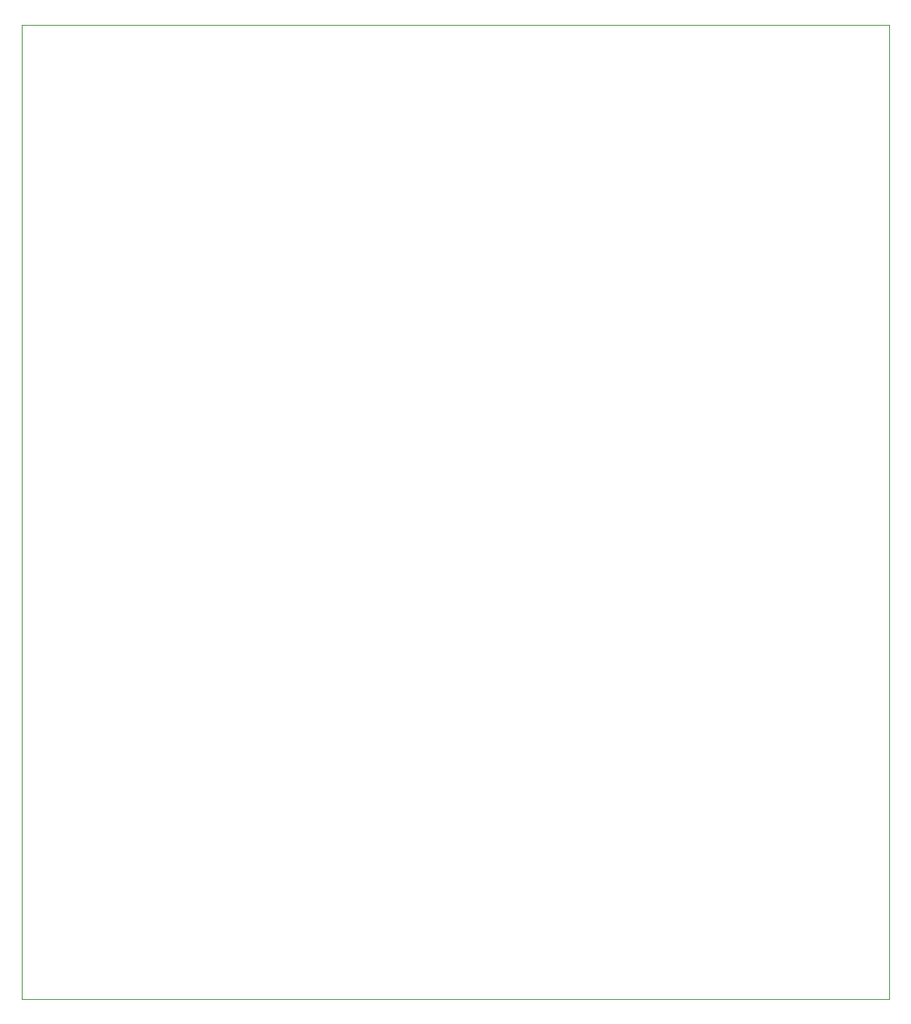
<source format=gbr>
%TF.GenerationSoftware,KiCad,Pcbnew,8.0.4*%
%TF.CreationDate,2024-08-23T11:03:51-07:00*%
%TF.ProjectId,GalaxySparkles,47616c61-7879-4537-9061-726b6c65732e,rev?*%
%TF.SameCoordinates,Original*%
%TF.FileFunction,Profile,NP*%
%FSLAX46Y46*%
G04 Gerber Fmt 4.6, Leading zero omitted, Abs format (unit mm)*
G04 Created by KiCad (PCBNEW 8.0.4) date 2024-08-23 11:03:51*
%MOMM*%
%LPD*%
G01*
G04 APERTURE LIST*
%TA.AperFunction,Profile*%
%ADD10C,0.050000*%
%TD*%
G04 APERTURE END LIST*
D10*
X137500000Y-51590000D02*
X231800000Y-51590000D01*
X231800000Y-157490000D01*
X137500000Y-157490000D01*
X137500000Y-51590000D01*
M02*

</source>
